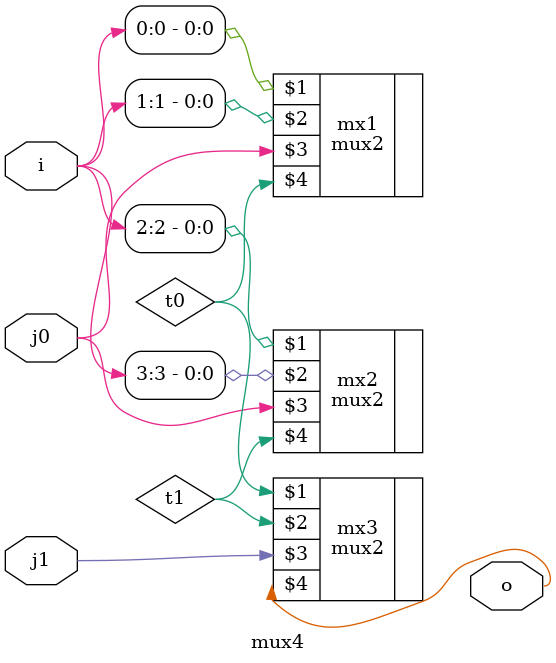
<source format=v>
module mux4 (input wire [0:3] i, input wire j1, j0, output wire o);
  wire  t0, t1;
  
mux2 mx1(i[0], i[1],j0,t0);
mux2 mx2(i[2],i[3],j0,t1);
mux2 mx3(t0,t1,j1,o);

endmodule


</source>
